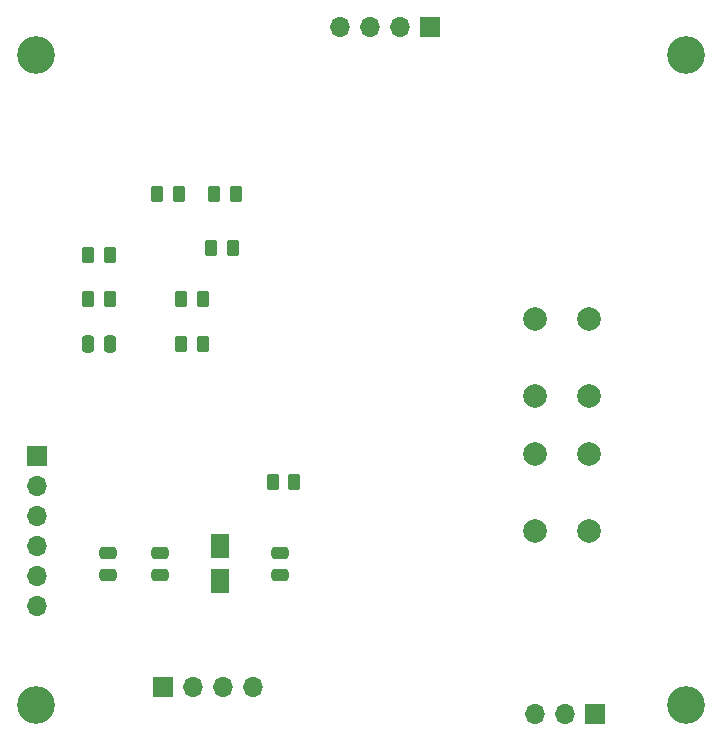
<source format=gbr>
%TF.GenerationSoftware,KiCad,Pcbnew,7.0.10*%
%TF.CreationDate,2024-03-04T00:36:13-06:00*%
%TF.ProjectId,ESP32,45535033-322e-46b6-9963-61645f706362,rev?*%
%TF.SameCoordinates,Original*%
%TF.FileFunction,Soldermask,Bot*%
%TF.FilePolarity,Negative*%
%FSLAX46Y46*%
G04 Gerber Fmt 4.6, Leading zero omitted, Abs format (unit mm)*
G04 Created by KiCad (PCBNEW 7.0.10) date 2024-03-04 00:36:13*
%MOMM*%
%LPD*%
G01*
G04 APERTURE LIST*
G04 Aperture macros list*
%AMRoundRect*
0 Rectangle with rounded corners*
0 $1 Rounding radius*
0 $2 $3 $4 $5 $6 $7 $8 $9 X,Y pos of 4 corners*
0 Add a 4 corners polygon primitive as box body*
4,1,4,$2,$3,$4,$5,$6,$7,$8,$9,$2,$3,0*
0 Add four circle primitives for the rounded corners*
1,1,$1+$1,$2,$3*
1,1,$1+$1,$4,$5*
1,1,$1+$1,$6,$7*
1,1,$1+$1,$8,$9*
0 Add four rect primitives between the rounded corners*
20,1,$1+$1,$2,$3,$4,$5,0*
20,1,$1+$1,$4,$5,$6,$7,0*
20,1,$1+$1,$6,$7,$8,$9,0*
20,1,$1+$1,$8,$9,$2,$3,0*%
%AMFreePoly0*
4,1,6,1.000000,0.000000,0.500000,-0.750000,-0.500000,-0.750000,-0.500000,0.750000,0.500000,0.750000,1.000000,0.000000,1.000000,0.000000,$1*%
G04 Aperture macros list end*
%ADD10R,1.700000X1.700000*%
%ADD11O,1.700000X1.700000*%
%ADD12C,3.200000*%
%ADD13C,2.000000*%
%ADD14RoundRect,0.250000X-0.262500X-0.450000X0.262500X-0.450000X0.262500X0.450000X-0.262500X0.450000X0*%
%ADD15RoundRect,0.250000X-0.475000X0.250000X-0.475000X-0.250000X0.475000X-0.250000X0.475000X0.250000X0*%
%ADD16RoundRect,0.250000X0.250000X0.475000X-0.250000X0.475000X-0.250000X-0.475000X0.250000X-0.475000X0*%
%ADD17RoundRect,0.250000X0.262500X0.450000X-0.262500X0.450000X-0.262500X-0.450000X0.262500X-0.450000X0*%
%ADD18FreePoly0,270.000000*%
%ADD19FreePoly0,90.000000*%
%ADD20R,1.500000X1.500000*%
G04 APERTURE END LIST*
D10*
%TO.C,DHT22*%
X131826000Y-128778000D03*
D11*
X129286000Y-128778000D03*
X126746000Y-128778000D03*
%TD*%
D12*
%TO.C,H3*%
X84500000Y-128000000D03*
%TD*%
D10*
%TO.C,MQ135*%
X95250000Y-126492000D03*
D11*
X97790000Y-126492000D03*
X100330000Y-126492000D03*
X102870000Y-126492000D03*
%TD*%
D13*
%TO.C,SW2*%
X131282000Y-95302000D03*
X131282000Y-101802000D03*
X126782000Y-95302000D03*
X126782000Y-101802000D03*
%TD*%
D10*
%TO.C,USB_UART1*%
X84582000Y-106934000D03*
D11*
X84582000Y-109474000D03*
X84582000Y-112014000D03*
X84582000Y-114554000D03*
X84582000Y-117094000D03*
X84582000Y-119634000D03*
%TD*%
D13*
%TO.C,SW1*%
X131282000Y-106732000D03*
X131282000Y-113232000D03*
X126782000Y-106732000D03*
X126782000Y-113232000D03*
%TD*%
D12*
%TO.C,H1*%
X139500000Y-73000000D03*
%TD*%
D10*
%TO.C,HC-SR4*%
X117856000Y-70612000D03*
D11*
X115316000Y-70612000D03*
X112776000Y-70612000D03*
X110236000Y-70612000D03*
%TD*%
D12*
%TO.C,H4*%
X84500000Y-73000000D03*
%TD*%
%TO.C,H2*%
X139500000Y-128000000D03*
%TD*%
D14*
%TO.C,R7*%
X98616500Y-97409000D03*
X96791500Y-97409000D03*
%TD*%
%TO.C,R10*%
X90725000Y-89916000D03*
X88900000Y-89916000D03*
%TD*%
D15*
%TO.C,C3*%
X94996000Y-117028000D03*
X94996000Y-115128000D03*
%TD*%
%TO.C,C5*%
X105156000Y-115128000D03*
X105156000Y-117028000D03*
%TD*%
%TO.C,C4*%
X90551000Y-117028000D03*
X90551000Y-115128000D03*
%TD*%
D16*
%TO.C,C1*%
X88862500Y-97409000D03*
X90762500Y-97409000D03*
%TD*%
D17*
%TO.C,R11*%
X88917500Y-93599000D03*
X90742500Y-93599000D03*
%TD*%
D14*
%TO.C,R13*%
X96584500Y-84709000D03*
X94759500Y-84709000D03*
%TD*%
D17*
%TO.C,R1*%
X96791500Y-93599000D03*
X98616500Y-93599000D03*
%TD*%
D14*
%TO.C,R12*%
X101410500Y-84709000D03*
X99585500Y-84709000D03*
%TD*%
%TO.C,R8*%
X101156500Y-89281000D03*
X99331500Y-89281000D03*
%TD*%
D18*
%TO.C,JP1*%
X100076000Y-114008000D03*
D19*
X100076000Y-118008000D03*
D20*
X100076000Y-114808000D03*
X100076000Y-117208000D03*
%TD*%
D17*
%TO.C,R4*%
X104544500Y-109093000D03*
X106369500Y-109093000D03*
%TD*%
M02*

</source>
